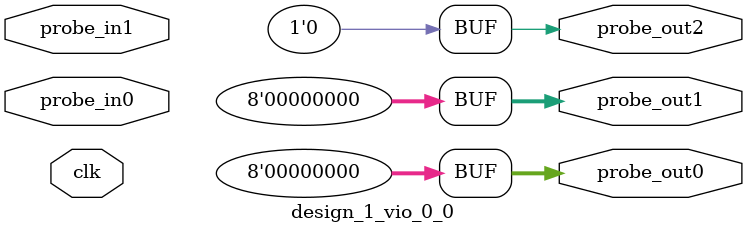
<source format=v>
`timescale 1ns / 1ps
module design_1_vio_0_0 (
clk,
probe_in0,probe_in1,
probe_out0,
probe_out1,
probe_out2
);

input clk;
input [7 : 0] probe_in0;
input [0 : 0] probe_in1;

output reg [7 : 0] probe_out0 = 'h00 ;
output reg [7 : 0] probe_out1 = 'h00 ;
output reg [0 : 0] probe_out2 = 'h0 ;


endmodule

</source>
